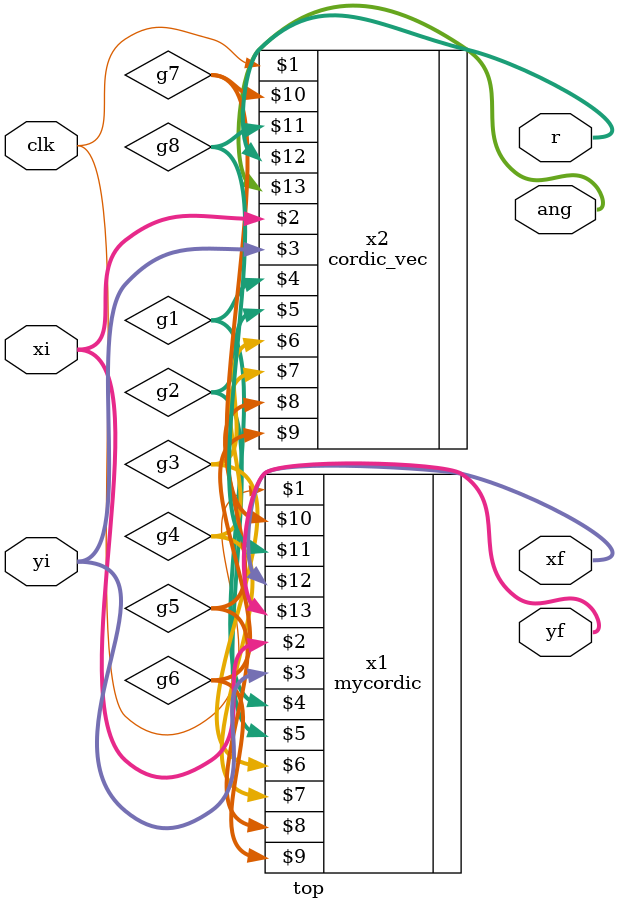
<source format=v>


// Verification Directory fv/top 

module top(clk, xi, yi, r, ang, xf, yf);
  input clk;
  input [15:0] xi, yi;
  output [15:0] r, ang, xf, yf;
  wire clk;
  wire [15:0] xi, yi;
  wire [15:0] r, ang, xf, yf;
  wire [15:0] g1;
  wire [15:0] g2;
  wire [15:0] g3;
  wire [15:0] g4;
  wire [15:0] g5;
  wire [15:0] g6;
  wire [15:0] g7;
  wire [15:0] g8;
  mycordic x1(clk, xi, yi, g1, g2, g3, g4, g5, g6, g7, g8, xf, yf);
  cordic_vec x2(clk, xi, yi, g1, g2, g3, g4, g5, g6, g7, g8, r, ang);
endmodule


</source>
